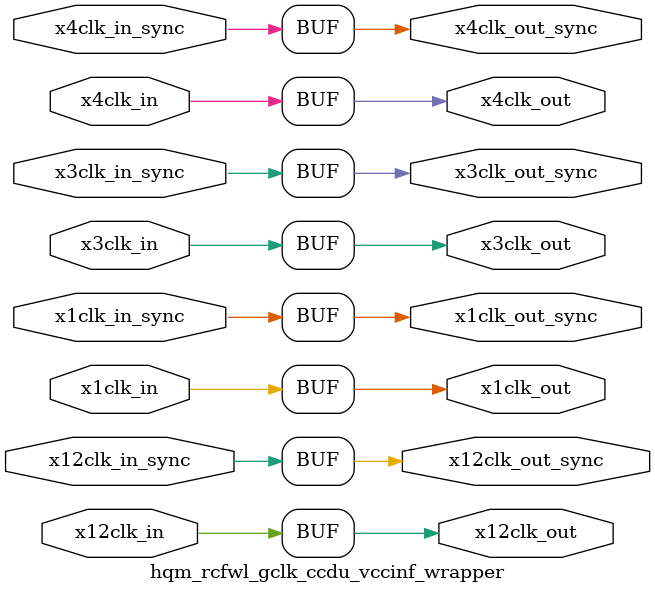
<source format=sv>

module hqm_rcfwl_gclk_ccdu_vccinf_wrapper
  (
      input  logic  x4clk_in,              
      input  logic  x1clk_in,               
      input  logic  x3clk_in, 
      input  logic  x12clk_in,               
      input  logic  x1clk_in_sync,
      input  logic  x3clk_in_sync,
      input  logic  x4clk_in_sync,
      input  logic  x12clk_in_sync,
      output logic  x4clk_out,              
      output logic  x1clk_out,              
      output logic  x3clk_out, 
      output logic  x12clk_out,              
      output logic  x1clk_out_sync,
      output logic  x3clk_out_sync,
      output logic  x4clk_out_sync,
      output logic  x12clk_out_sync
  );



   assign  x4clk_out = x4clk_in;
   assign  x1clk_out = x1clk_in;
   assign  x3clk_out = x3clk_in;
   assign  x12clk_out = x12clk_in;
   assign  x4clk_out_sync = x4clk_in_sync; 
   assign  x1clk_out_sync = x1clk_in_sync;
   assign  x3clk_out_sync = x3clk_in_sync; 
   assign  x12clk_out_sync = x12clk_in_sync;
endmodule

</source>
